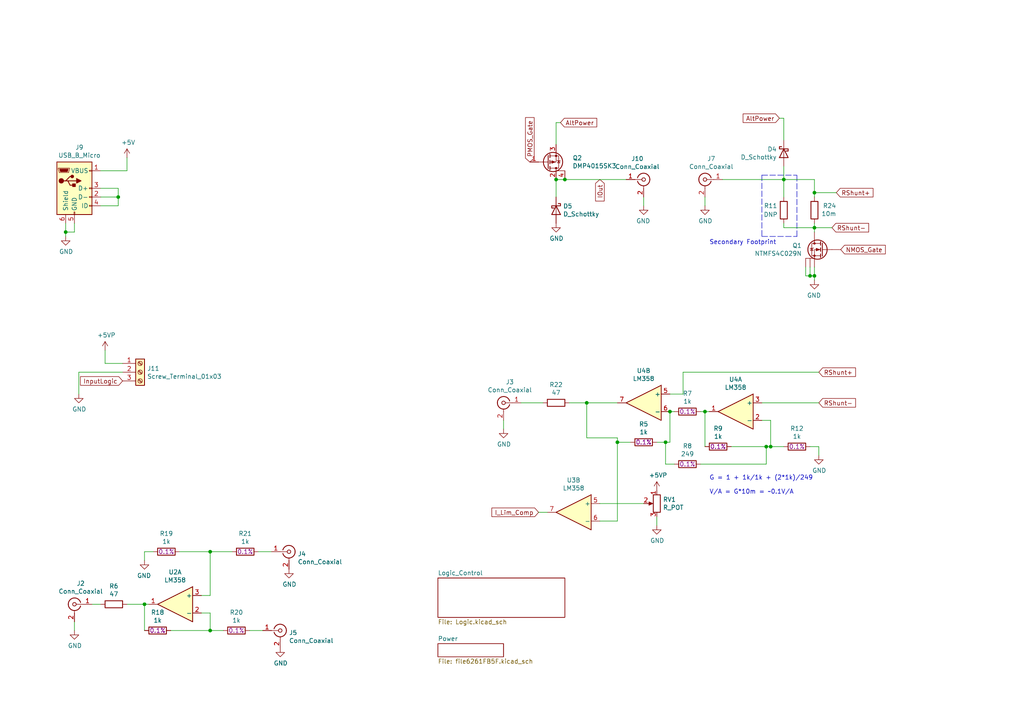
<source format=kicad_sch>
(kicad_sch (version 20211123) (generator eeschema)
  (paper "A4")
  (lib_symbols
    (symbol "Amplifier_Operational:LM358" (pin_names (offset 0.127))
      (property "Reference" "U" (at 0 5.08 0))
      (property "Value" "LM358" (at 0 -5.08 0))
      (symbol "LM358_1_1"
        (polyline (pts (xy -5.08 5.08) (xy 5.08 0) (xy -5.08 -5.08) (xy -5.08 5.08)) (stroke (width 0.254)) (fill (type background)))
        (pin output line (at 7.62 0 180) (length 2.54) (name "~") (number "1"))
        (pin input line (at -7.62 -2.54 0) (length 2.54) (name "-") (number "2"))
        (pin input line (at -7.62 2.54 0) (length 2.54) (name "+") (number "3"))
      )
      (symbol "LM358_2_1"
        (polyline (pts (xy -5.08 5.08) (xy 5.08 0) (xy -5.08 -5.08) (xy -5.08 5.08)) (stroke (width 0.254)) (fill (type background)))
        (pin input line (at -7.62 2.54 0) (length 2.54) (name "+") (number "5"))
        (pin input line (at -7.62 -2.54 0) (length 2.54) (name "-") (number "6"))
        (pin output line (at 7.62 0 180) (length 2.54) (name "~") (number "7"))
      )
      (symbol "LM358_3_1"
        (pin power_in line (at -2.54 -7.62 90) (length 3.81) (name "V-") (number "4"))
        (pin power_in line (at -2.54 7.62 270) (length 3.81) (name "V+") (number "8"))
      )
    )
    (symbol "Connector:Conn_Coaxial" (pin_names (offset 1.016) hide)
      (property "Reference" "J" (at 0.254 3.048 0))
      (property "Value" "Conn_Coaxial" (at 2.921 0 90))
      (symbol "Conn_Coaxial_0_1"
        (arc (start -1.778 -0.508) (mid 0.222 -1.808) (end 1.778 0) (stroke (width 0.254)))
        (polyline (pts (xy -2.54 0) (xy -0.508 0)))
        (polyline (pts (xy 0 -2.54) (xy 0 -1.778)))
        (circle (center 0 0) (radius 0.508) (stroke (width 0.2032)))
        (arc (start 1.778 0) (mid 0.222 1.8083) (end -1.778 0.508) (stroke (width 0.254)))
      )
      (symbol "Conn_Coaxial_1_1"
        (pin passive line (at -5.08 0 0) (length 2.54) (name "In") (number "1"))
        (pin passive line (at 0 -5.08 90) (length 2.54) (name "Ext") (number "2"))
      )
    )
    (symbol "Connector:Screw_Terminal_01x03" (pin_names (offset 1.016) hide)
      (property "Reference" "J" (at 0 5.08 0))
      (property "Value" "Screw_Terminal_01x03" (at 0 -5.08 0))
      (symbol "Screw_Terminal_01x03_1_1"
        (rectangle (start -1.27 3.81) (end 1.27 -3.81) (stroke (width 0.254)) (fill (type background)))
        (circle (center 0 -2.54) (radius 0.635) (stroke (width 0.1524)))
        (polyline (pts (xy -0.5334 -2.2098) (xy 0.3302 -3.048)) (stroke (width 0.1524)))
        (polyline (pts (xy -0.5334 0.3302) (xy 0.3302 -0.508)) (stroke (width 0.1524)))
        (polyline (pts (xy -0.5334 2.8702) (xy 0.3302 2.032)) (stroke (width 0.1524)))
        (polyline (pts (xy -0.3556 -2.032) (xy 0.508 -2.8702)) (stroke (width 0.1524)))
        (polyline (pts (xy -0.3556 0.508) (xy 0.508 -0.3302)) (stroke (width 0.1524)))
        (polyline (pts (xy -0.3556 3.048) (xy 0.508 2.2098)) (stroke (width 0.1524)))
        (circle (center 0 0) (radius 0.635) (stroke (width 0.1524)))
        (circle (center 0 2.54) (radius 0.635) (stroke (width 0.1524)))
        (pin passive line (at -5.08 2.54 0) (length 3.81) (name "Pin_1") (number "1"))
        (pin passive line (at -5.08 0 0) (length 3.81) (name "Pin_2") (number "2"))
        (pin passive line (at -5.08 -2.54 0) (length 3.81) (name "Pin_3") (number "3"))
      )
    )
    (symbol "Connector:USB_B_Micro" (pin_names (offset 1.016))
      (property "Reference" "J" (at -5.08 11.43 0))
      (property "Value" "USB_B_Micro" (at -5.08 8.89 0))
      (symbol "USB_B_Micro_0_1"
        (rectangle (start -5.08 -7.62) (end 5.08 7.62) (stroke (width 0.254)) (fill (type background)))
        (circle (center -3.81 2.159) (radius 0.635) (stroke (width 0.254)) (fill (type outline)))
        (circle (center -0.635 3.429) (radius 0.381) (stroke (width 0.254)) (fill (type outline)))
        (rectangle (start -0.127 -7.62) (end 0.127 -6.858))
        (polyline (pts (xy -1.905 2.159) (xy 0.635 2.159)) (stroke (width 0.254)))
        (polyline (pts (xy -3.175 2.159) (xy -2.54 2.159) (xy -1.27 3.429) (xy -0.635 3.429)) (stroke (width 0.254)))
        (polyline (pts (xy -2.54 2.159) (xy -1.905 2.159) (xy -1.27 0.889) (xy 0 0.889)) (stroke (width 0.254)))
        (polyline (pts (xy 0.635 2.794) (xy 0.635 1.524) (xy 1.905 2.159) (xy 0.635 2.794)) (stroke (width 0.254)) (fill (type outline)))
        (polyline (pts (xy -4.318 5.588) (xy -1.778 5.588) (xy -2.032 4.826) (xy -4.064 4.826) (xy -4.318 5.588)) (fill (type outline)))
        (polyline (pts (xy -4.699 5.842) (xy -4.699 5.588) (xy -4.445 4.826) (xy -4.445 4.572) (xy -1.651 4.572) (xy -1.651 4.826) (xy -1.397 5.588) (xy -1.397 5.842) (xy -4.699 5.842)))
        (rectangle (start 0.254 1.27) (end -0.508 0.508) (stroke (width 0.254)) (fill (type outline)))
        (rectangle (start 5.08 -5.207) (end 4.318 -4.953))
        (rectangle (start 5.08 -2.667) (end 4.318 -2.413))
        (rectangle (start 5.08 -0.127) (end 4.318 0.127))
        (rectangle (start 5.08 4.953) (end 4.318 5.207))
      )
      (symbol "USB_B_Micro_1_1"
        (pin power_out line (at 7.62 5.08 180) (length 2.54) (name "VBUS") (number "1"))
        (pin bidirectional line (at 7.62 -2.54 180) (length 2.54) (name "D-") (number "2"))
        (pin bidirectional line (at 7.62 0 180) (length 2.54) (name "D+") (number "3"))
        (pin passive line (at 7.62 -5.08 180) (length 2.54) (name "ID") (number "4"))
        (pin power_out line (at 0 -10.16 90) (length 2.54) (name "GND") (number "5"))
        (pin passive line (at -2.54 -10.16 90) (length 2.54) (name "Shield") (number "6"))
      )
    )
    (symbol "Device:D_Schottky" (pin_numbers hide) (pin_names (offset 1.016) hide)
      (property "Reference" "D" (at 0 2.54 0))
      (property "Value" "D_Schottky" (at 0 -2.54 0))
      (symbol "D_Schottky_0_1"
        (polyline (pts (xy 1.27 0) (xy -1.27 0)))
        (polyline (pts (xy 1.27 1.27) (xy 1.27 -1.27) (xy -1.27 0) (xy 1.27 1.27)) (stroke (width 0.254)))
        (polyline (pts (xy -1.905 0.635) (xy -1.905 1.27) (xy -1.27 1.27) (xy -1.27 -1.27) (xy -0.635 -1.27) (xy -0.635 -0.635)) (stroke (width 0.254)))
      )
      (symbol "D_Schottky_1_1"
        (pin passive line (at -3.81 0 0) (length 2.54) (name "K") (number "1"))
        (pin passive line (at 3.81 0 180) (length 2.54) (name "A") (number "2"))
      )
    )
    (symbol "Device:R" (pin_numbers hide) (pin_names (offset 0))
      (property "Reference" "R" (at 2.032 0 90))
      (property "Value" "R" (at 0 0 90))
      (symbol "R_0_1"
        (rectangle (start -1.016 -2.54) (end 1.016 2.54) (stroke (width 0.254)))
      )
      (symbol "R_1_1"
        (pin passive line (at 0 3.81 270) (length 1.27) (name "~") (number "1"))
        (pin passive line (at 0 -3.81 90) (length 1.27) (name "~") (number "2"))
      )
    )
    (symbol "Device:R_POT" (pin_names (offset 1.016) hide)
      (property "Reference" "RV" (at -4.445 0 90))
      (property "Value" "Device_R_POT" (at -2.54 0 90))
      (symbol "R_POT_0_1"
        (polyline (pts (xy 2.54 0) (xy 1.524 0)))
        (polyline (pts (xy 1.143 0) (xy 2.286 0.508) (xy 2.286 -0.508) (xy 1.143 0)) (fill (type outline)))
        (rectangle (start 1.016 2.54) (end -1.016 -2.54) (stroke (width 0.254)))
      )
      (symbol "R_POT_1_1"
        (pin passive line (at 0 3.81 270) (length 1.27) (name "1") (number "1"))
        (pin passive line (at 3.81 0 180) (length 1.27) (name "2") (number "2"))
        (pin passive line (at 0 -3.81 90) (length 1.27) (name "3") (number "3"))
      )
    )
    (symbol "Eli_Lib:DMP4015SK3" (pin_names (offset 0) hide)
      (property "Reference" "Q" (at 5.08 1.27 0))
      (property "Value" "Eli_Lib_DMP4015SK3" (at 5.08 -1.27 0))
      (symbol "DMP4015SK3_0_1"
        (polyline (pts (xy 0.254 0) (xy -2.54 0)))
        (polyline (pts (xy 0.254 1.905) (xy 0.254 -1.905)) (stroke (width 0.254)))
        (polyline (pts (xy 0.762 -1.27) (xy 0.762 -2.286)) (stroke (width 0.254)))
        (polyline (pts (xy 0.762 0.508) (xy 0.762 -0.508)) (stroke (width 0.254)))
        (polyline (pts (xy 0.762 2.286) (xy 0.762 1.27)) (stroke (width 0.254)))
        (polyline (pts (xy 2.54 -2.54) (xy 2.54 0) (xy 0.762 0)))
        (polyline (pts (xy 5.08 2.54) (xy 2.54 2.54) (xy 2.54 1.778)))
        (polyline (pts (xy 0.762 1.778) (xy 3.302 1.778) (xy 3.302 -1.778) (xy 0.762 -1.778)))
        (polyline (pts (xy 2.286 0) (xy 1.27 0.381) (xy 1.27 -0.381) (xy 2.286 0)) (fill (type outline)))
        (polyline (pts (xy 2.794 -0.508) (xy 2.921 -0.381) (xy 3.683 -0.381) (xy 3.81 -0.254)))
        (polyline (pts (xy 3.302 -0.381) (xy 2.921 0.254) (xy 3.683 0.254) (xy 3.302 -0.381)))
        (circle (center 1.651 0) (radius 2.794) (stroke (width 0.254)))
        (circle (center 2.54 -1.778) (radius 0.254) (fill (type outline)))
        (circle (center 2.54 1.778) (radius 0.254) (fill (type outline)))
      )
      (symbol "DMP4015SK3_1_1"
        (pin input line (at -5.08 0 0) (length 2.54) (name "G") (number "1"))
        (pin passive line (at 2.54 5.08 270) (length 2.54) (name "D") (number "2"))
        (pin passive line (at 2.54 -5.08 90) (length 2.54) (name "S") (number "3"))
        (pin passive line (at 5.08 5.08 270) (length 2.54) (name "D") (number "4"))
      )
    )
    (symbol "Martinos:NTMFS4C029N" (pin_numbers hide) (pin_names (offset 0) hide)
      (property "Reference" "Q" (at 5.08 1.27 0))
      (property "Value" "Martinos_NTMFS4C029N" (at 5.08 -1.27 0))
      (symbol "NTMFS4C029N_0_1"
        (polyline (pts (xy 0.254 0) (xy -2.54 0)))
        (polyline (pts (xy 0.254 1.905) (xy 0.254 -1.905)) (stroke (width 0.254)))
        (polyline (pts (xy 0.762 -1.27) (xy 0.762 -2.286)) (stroke (width 0.254)))
        (polyline (pts (xy 0.762 0.508) (xy 0.762 -0.508)) (stroke (width 0.254)))
        (polyline (pts (xy 0.762 2.286) (xy 0.762 1.27)) (stroke (width 0.254)))
        (polyline (pts (xy 2.54 -2.54) (xy 5.08 -2.54)))
        (polyline (pts (xy 2.54 2.54) (xy 2.54 1.778)))
        (polyline (pts (xy 2.54 -2.54) (xy 2.54 0) (xy 0.762 0)))
        (polyline (pts (xy 0.762 -1.778) (xy 3.302 -1.778) (xy 3.302 1.778) (xy 0.762 1.778)))
        (polyline (pts (xy 1.016 0) (xy 2.032 0.381) (xy 2.032 -0.381) (xy 1.016 0)) (fill (type outline)))
        (polyline (pts (xy 2.794 0.508) (xy 2.921 0.381) (xy 3.683 0.381) (xy 3.81 0.254)))
        (polyline (pts (xy 3.302 0.381) (xy 2.921 -0.254) (xy 3.683 -0.254) (xy 3.302 0.381)))
        (circle (center 1.651 0) (radius 2.794) (stroke (width 0.254)))
        (circle (center 2.54 -1.778) (radius 0.254) (fill (type outline)))
        (circle (center 2.54 1.778) (radius 0.254) (fill (type outline)))
      )
      (symbol "NTMFS4C029N_1_1"
        (pin passive line (at 2.54 -5.08 90) (length 2.54) (name "S") (number "1"))
        (pin passive line (at 3.81 -5.08 90) (length 2.54) (name "S") (number "2"))
        (pin passive line (at 5.08 -5.08 90) (length 2.54) (name "S") (number "3"))
        (pin input line (at -5.08 0 0) (length 2.54) (name "G") (number "4"))
        (pin passive line (at 2.54 5.08 270) (length 2.54) (name "D") (number "5"))
      )
    )
    (symbol "power:+5V" (power) (pin_names (offset 0))
      (property "Value" "+5V" (at 0 3.556 0))
      (symbol "+5V_0_1"
        (polyline (pts (xy -0.762 1.27) (xy 0 2.54)))
        (polyline (pts (xy 0 0) (xy 0 2.54)))
        (polyline (pts (xy 0 2.54) (xy 0.762 1.27)))
      )
      (symbol "+5V_1_1"
        (pin power_in line (at 0 0 90) (length 0) hide (name "+5V") (number "1"))
      )
    )
    (symbol "power:+5VP" (power) (pin_names (offset 0))
      (property "Value" "+5VP" (at 0 3.556 0))
      (symbol "+5VP_0_1"
        (polyline (pts (xy -0.762 1.27) (xy 0 2.54)))
        (polyline (pts (xy 0 0) (xy 0 2.54)))
        (polyline (pts (xy 0 2.54) (xy 0.762 1.27)))
      )
      (symbol "+5VP_1_1"
        (pin power_in line (at 0 0 90) (length 0) hide (name "+5VP") (number "1"))
      )
    )
    (symbol "power:GND" (power) (pin_names (offset 0))
      (property "Value" "GND" (at 0 -3.81 0))
      (symbol "GND_0_1"
        (polyline (pts (xy 0 0) (xy 0 -1.27) (xy 1.27 -1.27) (xy 0 -2.54) (xy -1.27 -1.27) (xy 0 -1.27)))
      )
      (symbol "GND_1_1"
        (pin power_in line (at 0 0 270) (length 0) hide (name "GND") (number "1"))
      )
    )
  )
  (junction (at 34.29 57.15))
  (junction (at 60.96 182.88))
  (junction (at 234.95 80.01))
  (junction (at 236.22 55.88))
  (junction (at 194.31 119.38))
  (junction (at 170.18 116.84))
  (junction (at 236.22 80.01))
  (junction (at 236.22 66.04))
  (junction (at 179.07 128.27))
  (junction (at 193.04 128.27))
  (junction (at 19.05 67.31))
  (junction (at 41.91 175.26))
  (junction (at 222.25 129.54))
  (junction (at 163.83 52.07))
  (junction (at 223.52 129.54))
  (junction (at 161.29 52.07))
  (junction (at 204.47 119.38))
  (junction (at 227.33 52.07))
  (junction (at 60.96 160.02))
  (wire (pts (xy 234.95 80.01) (xy 236.22 80.01)))
  (wire (pts (xy 236.22 66.04) (xy 236.22 67.31)))
  (wire (pts (xy 203.2 134.62) (xy 222.25 134.62)))
  (wire (pts (xy 204.47 119.38) (xy 205.74 119.38)))
  (wire (pts (xy 78.74 160.02) (xy 74.93 160.02)))
  (wire (pts (xy 41.91 160.02) (xy 41.91 162.56)))
  (wire (pts (xy 34.29 54.61) (xy 34.29 57.15)))
  (wire (pts (xy 41.91 175.26) (xy 41.91 182.88)))
  (wire (pts (xy 203.2 119.38) (xy 204.47 119.38)))
  (wire (pts (xy 30.48 101.6) (xy 30.48 105.41)))
  (wire (pts (xy 194.31 119.38) (xy 195.58 119.38)))
  (wire (pts (xy 236.22 55.88) (xy 236.22 57.15)))
  (wire (pts (xy 198.12 107.95) (xy 237.49 107.95)))
  (wire (pts (xy 19.05 67.31) (xy 19.05 64.77)))
  (wire (pts (xy 161.29 35.56) (xy 162.56 35.56)))
  (wire (pts (xy 41.91 175.26) (xy 43.18 175.26)))
  (wire (pts (xy 222.25 134.62) (xy 222.25 129.54)))
  (wire (pts (xy 234.95 129.54) (xy 237.49 129.54)))
  (wire (pts (xy 60.96 177.8) (xy 58.42 177.8)))
  (wire (pts (xy 179.07 116.84) (xy 170.18 116.84)))
  (polyline (pts (xy 220.98 50.8) (xy 220.98 68.58)))
  (wire (pts (xy 60.96 160.02) (xy 67.31 160.02)))
  (wire (pts (xy 233.68 77.47) (xy 233.68 80.01)))
  (wire (pts (xy 19.05 68.58) (xy 19.05 67.31)))
  (wire (pts (xy 170.18 116.84) (xy 170.18 127)))
  (polyline (pts (xy 231.14 68.58) (xy 231.14 50.8)))
  (wire (pts (xy 193.04 134.62) (xy 195.58 134.62)))
  (wire (pts (xy 34.29 59.69) (xy 34.29 57.15)))
  (wire (pts (xy 60.96 182.88) (xy 60.96 177.8)))
  (wire (pts (xy 233.68 80.01) (xy 234.95 80.01)))
  (wire (pts (xy 165.1 116.84) (xy 170.18 116.84)))
  (wire (pts (xy 227.33 52.07) (xy 227.33 57.15)))
  (wire (pts (xy 234.95 77.47) (xy 234.95 80.01)))
  (wire (pts (xy 227.33 48.26) (xy 227.33 52.07)))
  (wire (pts (xy 30.48 105.41) (xy 35.56 105.41)))
  (wire (pts (xy 21.59 182.88) (xy 21.59 180.34)))
  (wire (pts (xy 29.21 175.26) (xy 26.67 175.26)))
  (wire (pts (xy 49.53 182.88) (xy 60.96 182.88)))
  (wire (pts (xy 173.99 146.05) (xy 186.69 146.05)))
  (wire (pts (xy 22.86 114.3) (xy 22.86 107.95)))
  (wire (pts (xy 194.31 114.3) (xy 198.12 114.3)))
  (wire (pts (xy 60.96 172.72) (xy 60.96 160.02)))
  (wire (pts (xy 237.49 129.54) (xy 237.49 132.08)))
  (wire (pts (xy 223.52 121.92) (xy 220.98 121.92)))
  (wire (pts (xy 34.29 57.15) (xy 29.21 57.15)))
  (wire (pts (xy 36.83 49.53) (xy 36.83 45.72)))
  (wire (pts (xy 212.09 129.54) (xy 222.25 129.54)))
  (wire (pts (xy 173.99 151.13) (xy 179.07 151.13)))
  (wire (pts (xy 241.3 66.04) (xy 236.22 66.04)))
  (wire (pts (xy 222.25 129.54) (xy 223.52 129.54)))
  (wire (pts (xy 36.83 175.26) (xy 41.91 175.26)))
  (wire (pts (xy 193.04 128.27) (xy 194.31 128.27)))
  (wire (pts (xy 179.07 127) (xy 179.07 128.27)))
  (wire (pts (xy 190.5 149.86) (xy 190.5 152.4)))
  (wire (pts (xy 198.12 114.3) (xy 198.12 107.95)))
  (wire (pts (xy 156.21 148.59) (xy 158.75 148.59)))
  (wire (pts (xy 161.29 35.56) (xy 161.29 41.91)))
  (wire (pts (xy 204.47 119.38) (xy 204.47 129.54)))
  (wire (pts (xy 236.22 77.47) (xy 236.22 80.01)))
  (wire (pts (xy 179.07 128.27) (xy 182.88 128.27)))
  (wire (pts (xy 242.57 55.88) (xy 236.22 55.88)))
  (wire (pts (xy 76.2 182.88) (xy 72.39 182.88)))
  (wire (pts (xy 21.59 67.31) (xy 19.05 67.31)))
  (polyline (pts (xy 220.98 68.58) (xy 231.14 68.58)))
  (wire (pts (xy 227.33 66.04) (xy 227.33 64.77)))
  (wire (pts (xy 58.42 172.72) (xy 60.96 172.72)))
  (wire (pts (xy 193.04 128.27) (xy 193.04 134.62)))
  (wire (pts (xy 29.21 54.61) (xy 34.29 54.61)))
  (wire (pts (xy 236.22 66.04) (xy 227.33 66.04)))
  (wire (pts (xy 236.22 52.07) (xy 236.22 55.88)))
  (wire (pts (xy 161.29 57.15) (xy 161.29 52.07)))
  (wire (pts (xy 220.98 116.84) (xy 237.49 116.84)))
  (wire (pts (xy 227.33 34.29) (xy 226.06 34.29)))
  (wire (pts (xy 190.5 128.27) (xy 193.04 128.27)))
  (wire (pts (xy 170.18 127) (xy 179.07 127)))
  (polyline (pts (xy 220.98 50.8) (xy 231.14 50.8)))
  (wire (pts (xy 44.45 160.02) (xy 41.91 160.02)))
  (wire (pts (xy 236.22 80.01) (xy 236.22 81.28)))
  (wire (pts (xy 186.69 59.69) (xy 186.69 57.15)))
  (wire (pts (xy 204.47 59.69) (xy 204.47 57.15)))
  (wire (pts (xy 52.07 160.02) (xy 60.96 160.02)))
  (wire (pts (xy 194.31 128.27) (xy 194.31 119.38)))
  (wire (pts (xy 179.07 151.13) (xy 179.07 128.27)))
  (wire (pts (xy 236.22 52.07) (xy 227.33 52.07)))
  (wire (pts (xy 157.48 116.84) (xy 151.13 116.84)))
  (wire (pts (xy 161.29 52.07) (xy 163.83 52.07)))
  (wire (pts (xy 227.33 129.54) (xy 223.52 129.54)))
  (wire (pts (xy 223.52 129.54) (xy 223.52 121.92)))
  (wire (pts (xy 29.21 59.69) (xy 34.29 59.69)))
  (wire (pts (xy 236.22 64.77) (xy 236.22 66.04)))
  (wire (pts (xy 146.05 124.46) (xy 146.05 121.92)))
  (wire (pts (xy 227.33 52.07) (xy 209.55 52.07)))
  (wire (pts (xy 29.21 49.53) (xy 36.83 49.53)))
  (wire (pts (xy 163.83 52.07) (xy 181.61 52.07)))
  (wire (pts (xy 64.77 182.88) (xy 60.96 182.88)))
  (wire (pts (xy 22.86 107.95) (xy 35.56 107.95)))
  (wire (pts (xy 227.33 34.29) (xy 227.33 40.64)))
  (wire (pts (xy 21.59 64.77) (xy 21.59 67.31)))
  (text "G = 1 + 1k/1k + (2*1k)/249\n\nV/A = G*10m = ~0.1V/A" (at 205.74 143.51 0) (effects (font (size 1.27 1.27)) (justify left bottom)))
  (text "Secondary Footprint" (at 205.74 71.12 0) (effects (font (size 1.27 1.27)) (justify left bottom)))
  (global_label "RShunt-" (shape input) (at 241.3 66.04 0) (property "Intersheet References" "${INTERSHEET_REFS}" (effects hide)))
  (global_label "PMOS_Gate" (shape input) (at 153.67 46.99 90) (property "Intersheet References" "${INTERSHEET_REFS}" (effects hide)))
  (global_label "InputLogic" (shape input) (at 35.56 110.49 180) (property "Intersheet References" "${INTERSHEET_REFS}" (effects hide)))
  (global_label "I_Lim_Comp" (shape input) (at 156.21 148.59 180) (property "Intersheet References" "${INTERSHEET_REFS}" (effects hide)))
  (global_label "AltPower" (shape input) (at 162.56 35.56 0) (property "Intersheet References" "${INTERSHEET_REFS}" (effects hide)))
  (global_label "AltPower" (shape input) (at 226.06 34.29 180) (property "Intersheet References" "${INTERSHEET_REFS}" (effects hide)))
  (global_label "RShunt+" (shape input) (at 242.57 55.88 0) (property "Intersheet References" "${INTERSHEET_REFS}" (effects hide)))
  (global_label "RShunt+" (shape input) (at 237.49 107.95 0) (property "Intersheet References" "${INTERSHEET_REFS}" (effects hide)))
  (global_label "IOut" (shape input) (at 173.99 52.07 270) (property "Intersheet References" "${INTERSHEET_REFS}" (effects hide)))
  (global_label "RShunt-" (shape input) (at 237.49 116.84 0) (property "Intersheet References" "${INTERSHEET_REFS}" (effects hide)))
  (global_label "NMOS_Gate" (shape input) (at 243.84 72.39 0) (property "Intersheet References" "${INTERSHEET_REFS}" (effects hide)))
  (symbol (lib_id "Connector:Conn_Coaxial") (at 83.82 160.02 0) (unit 1)
    (property "Reference" "J4" (at 86.36 160.655 0) (effects (justify left)))
    (property "Value" "Conn_Coaxial" (at 86.36 162.9664 0) (effects (justify left)))
    (property "Footprint" "Connector_Coaxial:BNC_TEConnectivity_1478204_Vertical" (effects hide))
    (property "Datasheet" " ~" (effects hide))
  )
  (symbol (lib_id "Connector:Conn_Coaxial") (at 81.28 182.88 0) (unit 1)
    (property "Reference" "J5" (at 83.82 183.515 0) (effects (justify left)))
    (property "Value" "Conn_Coaxial" (at 83.82 185.8264 0) (effects (justify left)))
    (property "Footprint" "Connector_Coaxial:BNC_TEConnectivity_1478204_Vertical" (effects hide))
    (property "Datasheet" " ~" (effects hide))
  )
  (symbol (lib_id "power:GND") (at 83.82 165.1 0) (unit 1)
    (property "Reference" "#PWR0106" (effects hide))
    (property "Value" "GND" (at 83.947 169.4942 0))
  )
  (symbol (lib_id "power:GND") (at 81.28 187.96 0) (unit 1)
    (property "Reference" "#PWR0108" (effects hide))
    (property "Value" "GND" (at 81.407 192.3542 0))
  )
  (symbol (lib_id "Connector:Conn_Coaxial") (at 21.59 175.26 0) (mirror y) (unit 1)
    (property "Reference" "J2" (at 23.4188 169.2148 0))
    (property "Value" "Conn_Coaxial" (at 23.4188 171.5262 0))
    (property "Footprint" "Connector_Coaxial:BNC_TEConnectivity_1478204_Vertical" (effects hide))
    (property "Datasheet" " ~" (effects hide))
  )
  (symbol (lib_id "power:GND") (at 21.59 182.88 0) (unit 1)
    (property "Reference" "#PWR0111" (effects hide))
    (property "Value" "GND" (at 21.717 187.2742 0))
  )
  (symbol (lib_id "Connector:Conn_Coaxial") (at 146.05 116.84 0) (mirror y) (unit 1)
    (property "Reference" "J3" (at 147.8788 110.7948 0))
    (property "Value" "Conn_Coaxial" (at 147.8788 113.1062 0))
    (property "Footprint" "Connector_Coaxial:BNC_TEConnectivity_1478204_Vertical" (effects hide))
    (property "Datasheet" " ~" (effects hide))
  )
  (symbol (lib_id "Device:R") (at 33.02 175.26 270) (unit 1)
    (property "Reference" "R6" (at 33.02 170.0022 90))
    (property "Value" "47" (at 33.02 172.3136 90))
    (property "Footprint" "Resistor_SMD:R_1206_3216Metric" (effects hide))
  )
  (symbol (lib_id "power:GND") (at 146.05 124.46 0) (unit 1)
    (property "Reference" "#PWR0112" (effects hide))
    (property "Value" "GND" (at 146.177 128.8542 0))
  )
  (symbol (lib_id "Connector:USB_B_Micro") (at 21.59 54.61 0) (unit 1)
    (property "Reference" "J9" (at 23.0378 42.7482 0))
    (property "Value" "USB_B_Micro" (at 23.0378 45.0596 0))
    (property "Footprint" "Connector_USB:USB_Micro-B_Wuerth_629105150521" (effects hide))
  )
  (symbol (lib_id "power:+5V") (at 36.83 45.72 0) (unit 1)
    (property "Reference" "#PWR0113" (effects hide))
    (property "Value" "+5V" (at 37.211 41.3258 0))
  )
  (symbol (lib_id "power:GND") (at 19.05 68.58 0) (unit 1)
    (property "Reference" "#PWR0114" (effects hide))
    (property "Value" "GND" (at 19.177 72.9742 0))
  )
  (symbol (lib_id "Connector:Conn_Coaxial") (at 186.69 52.07 0) (unit 1)
    (property "Reference" "J10" (at 184.8612 46.0248 0))
    (property "Value" "Conn_Coaxial" (at 184.8612 48.3362 0))
    (property "Footprint" "Connector_Coaxial:BNC_TEConnectivity_1478204_Vertical" (effects hide))
    (property "Datasheet" " ~" (effects hide))
  )
  (symbol (lib_id "power:GND") (at 186.69 59.69 0) (mirror y) (unit 1)
    (property "Reference" "#PWR0131" (effects hide))
    (property "Value" "GND" (at 186.563 64.0842 0))
  )
  (symbol (lib_id "Connector:Screw_Terminal_01x03") (at 40.64 107.95 0) (unit 1)
    (property "Reference" "J11" (at 42.672 106.8832 0) (effects (justify left)))
    (property "Value" "Screw_Terminal_01x03" (at 42.672 109.1946 0) (effects (justify left)))
    (property "Footprint" "TerminalBlock:TerminalBlock_bornier-3_P5.08mm" (effects hide))
  )
  (symbol (lib_id "power:GND") (at 22.86 114.3 0) (unit 1)
    (property "Reference" "#PWR0138" (effects hide))
    (property "Value" "GND" (at 22.987 118.6942 0))
  )
  (symbol (lib_id "power:+5VP") (at 30.48 101.6 0) (unit 1)
    (property "Reference" "#PWR0137" (effects hide))
    (property "Value" "+5VP" (at 30.861 97.2058 0))
  )
  (symbol (lib_id "Device:R") (at 227.33 60.96 0) (mirror x) (unit 1)
    (property "Reference" "R11" (at 223.52 59.69 0))
    (property "Value" "DNP" (at 223.52 62.23 0))
    (property "Footprint" "Resistor_SMD:R_1206_3216Metric" (effects hide))
  )
  (symbol (lib_id "Device:R") (at 161.29 116.84 270) (unit 1)
    (property "Reference" "R22" (at 161.29 111.5822 90))
    (property "Value" "47" (at 161.29 113.8936 90))
    (property "Footprint" "Resistor_SMD:R_1206_3216Metric" (effects hide))
  )
  (symbol (lib_id "Device:R") (at 236.22 60.96 0) (mirror y) (unit 1)
    (property "Reference" "R24" (at 242.57 59.69 0) (effects (justify left)))
    (property "Value" "10m" (at 242.57 62.0014 0) (effects (justify left)))
    (property "Footprint" "Resistor_SMD:R_2512_6332Metric" (effects hide))
    (property "Power" "3W" (effects hide))
  )
  (symbol (lib_id "Martinos:NTMFS4C029N") (at 238.76 72.39 0) (mirror y) (unit 1)
    (property "Reference" "Q1" (at 232.5624 71.2216 0) (effects (justify left)))
    (property "Value" "NTMFS4C029N" (at 232.5624 73.533 0) (effects (justify left)))
    (property "Footprint" "Martinos:DIO_NTS1045EMFST1G" (effects hide))
  )
  (symbol (lib_id "power:GND") (at 236.22 81.28 0) (mirror y) (unit 1)
    (property "Reference" "#PWR0151" (effects hide))
    (property "Value" "GND" (at 236.093 85.6742 0))
  )
  (symbol (lib_id "Amplifier_Operational:LM358") (at 213.36 119.38 0) (mirror y) (unit 1)
    (property "Reference" "U4" (at 213.36 110.0582 0))
    (property "Value" "LM358" (at 213.36 112.3696 0))
    (property "Footprint" "Package_SO:SO-8_3.9x4.9mm_P1.27mm" (effects hide))
    (property "Datasheet" "http://www.ti.com/lit/ds/symlink/lm2904-n.pdf" (effects hide))
  )
  (symbol (lib_id "Amplifier_Operational:LM358") (at 186.69 116.84 0) (mirror y) (unit 2)
    (property "Reference" "U4" (at 186.69 107.5182 0))
    (property "Value" "LM358" (at 186.69 109.8296 0))
    (property "Footprint" "Package_SO:SO-8_3.9x4.9mm_P1.27mm" (effects hide))
    (property "Datasheet" "http://www.ti.com/lit/ds/symlink/lm2904-n.pdf" (effects hide))
  )
  (symbol (lib_id "Device:R") (at 199.39 119.38 270) (unit 1)
    (property "Reference" "R7" (at 199.39 114.1222 90))
    (property "Value" "1k" (at 199.39 116.4336 90))
    (property "Footprint" "Resistor_SMD:R_1206_3216Metric" (effects hide))
    (property "Tolerance" "0.1%" (at 199.39 119.38 90))
  )
  (symbol (lib_id "Device:R") (at 208.28 129.54 270) (unit 1)
    (property "Reference" "R9" (at 208.28 124.2822 90))
    (property "Value" "1k" (at 208.28 126.5936 90))
    (property "Footprint" "Resistor_SMD:R_1206_3216Metric" (effects hide))
    (property "Tolerance" "0.1%" (at 208.28 129.54 90))
  )
  (symbol (lib_id "Device:R") (at 186.69 128.27 270) (unit 1)
    (property "Reference" "R5" (at 186.69 123.0122 90))
    (property "Value" "1k" (at 186.69 125.3236 90))
    (property "Footprint" "Resistor_SMD:R_1206_3216Metric" (effects hide))
    (property "Tolerance" "0.1%" (at 186.69 128.27 90))
  )
  (symbol (lib_id "Device:R") (at 199.39 134.62 270) (unit 1)
    (property "Reference" "R8" (at 199.39 129.3622 90))
    (property "Value" "249" (at 199.39 131.6736 90))
    (property "Footprint" "Resistor_SMD:R_1206_3216Metric" (effects hide))
    (property "Tolerance" "0.1%" (at 199.39 134.62 90))
  )
  (symbol (lib_id "Device:R") (at 231.14 129.54 270) (unit 1)
    (property "Reference" "R12" (at 231.14 124.2822 90))
    (property "Value" "1k" (at 231.14 126.5936 90))
    (property "Footprint" "Resistor_SMD:R_1206_3216Metric" (effects hide))
    (property "Tolerance" "0.1%" (at 231.14 129.54 90))
  )
  (symbol (lib_id "power:GND") (at 237.49 132.08 0) (unit 1)
    (property "Reference" "#PWR0104" (effects hide))
    (property "Value" "GND" (at 237.617 136.4742 0))
  )
  (symbol (lib_id "Device:D_Schottky") (at 227.33 44.45 90) (mirror x) (unit 1)
    (property "Reference" "D4" (at 225.298 43.2816 90) (effects (justify left)))
    (property "Value" "D_Schottky" (at 225.298 45.593 90) (effects (justify left)))
    (property "Footprint" "Diode_SMD:D_SMA" (effects hide))
  )
  (symbol (lib_id "Eli_Lib:DMP4015SK3") (at 158.75 46.99 0) (mirror x) (unit 1)
    (property "Reference" "Q2" (at 166.0652 45.8216 0) (effects (justify left)))
    (property "Value" "DMP4015SK3" (at 166.0652 48.133 0) (effects (justify left)))
    (property "Footprint" "Package_TO_SOT_SMD:TO-252-3_TabPin4" (effects hide))
  )
  (symbol (lib_id "Device:D_Schottky") (at 161.29 60.96 270) (unit 1)
    (property "Reference" "D5" (at 163.322 59.7916 90) (effects (justify left)))
    (property "Value" "D_Schottky" (at 163.322 62.103 90) (effects (justify left)))
    (property "Footprint" "Diode_SMD:D_SMA" (effects hide))
  )
  (symbol (lib_id "power:GND") (at 161.29 64.77 0) (unit 1)
    (property "Reference" "#PWR0132" (effects hide))
    (property "Value" "GND" (at 161.417 69.1642 0))
  )
  (symbol (lib_id "Amplifier_Operational:LM358") (at 166.37 148.59 0) (mirror y) (unit 2)
    (property "Reference" "U3" (at 166.37 139.2682 0))
    (property "Value" "LM358" (at 166.37 141.5796 0))
    (property "Footprint" "Package_SO:SO-8_3.9x4.9mm_P1.27mm" (effects hide))
    (property "Datasheet" "http://www.ti.com/lit/ds/symlink/lm2904-n.pdf" (effects hide))
  )
  (symbol (lib_id "Device:R_POT") (at 190.5 146.05 0) (mirror y) (unit 1)
    (property "Reference" "RV1" (at 192.278 144.8816 0) (effects (justify right)))
    (property "Value" "R_POT" (at 192.278 147.193 0) (effects (justify right)))
    (property "Footprint" "Potentiometer_THT:Potentiometer_Bourns_PTV09A-1_Single_Vertical" (effects hide))
  )
  (symbol (lib_id "power:GND") (at 190.5 152.4 0) (unit 1)
    (property "Reference" "#PWR0141" (effects hide))
    (property "Value" "GND" (at 190.627 156.7942 0))
  )
  (symbol (lib_id "power:+5VP") (at 190.5 142.24 0) (unit 1)
    (property "Reference" "#PWR0148" (effects hide))
    (property "Value" "+5VP" (at 190.881 137.8458 0))
  )
  (symbol (lib_id "Amplifier_Operational:LM358") (at 50.8 175.26 0) (mirror y) (unit 1)
    (property "Reference" "U2" (at 50.8 165.9382 0))
    (property "Value" "LM358" (at 50.8 168.2496 0))
    (property "Footprint" "Package_SO:SO-8_3.9x4.9mm_P1.27mm" (effects hide))
    (property "Datasheet" "http://www.ti.com/lit/ds/symlink/lm2904-n.pdf" (effects hide))
  )
  (symbol (lib_id "Device:R") (at 45.72 182.88 270) (unit 1)
    (property "Reference" "R18" (at 45.72 177.6222 90))
    (property "Value" "1k" (at 45.72 179.9336 90))
    (property "Footprint" "Resistor_SMD:R_1206_3216Metric" (effects hide))
    (property "Tolerance" "0.1%" (at 45.72 182.88 90))
  )
  (symbol (lib_id "Device:R") (at 68.58 182.88 270) (unit 1)
    (property "Reference" "R20" (at 68.58 177.6222 90))
    (property "Value" "1k" (at 68.58 179.9336 90))
    (property "Footprint" "Resistor_SMD:R_1206_3216Metric" (effects hide))
    (property "Tolerance" "0.1%" (at 68.58 182.88 90))
  )
  (symbol (lib_id "power:GND") (at 41.91 162.56 0) (mirror y) (unit 1)
    (property "Reference" "#PWR0149" (effects hide))
    (property "Value" "GND" (at 41.783 166.9542 0))
  )
  (symbol (lib_id "Device:R") (at 48.26 160.02 270) (unit 1)
    (property "Reference" "R19" (at 48.26 154.7622 90))
    (property "Value" "1k" (at 48.26 157.0736 90))
    (property "Footprint" "Resistor_SMD:R_1206_3216Metric" (effects hide))
    (property "Tolerance" "0.1%" (at 48.26 160.02 90))
  )
  (symbol (lib_id "Device:R") (at 71.12 160.02 270) (unit 1)
    (property "Reference" "R21" (at 71.12 154.7622 90))
    (property "Value" "1k" (at 71.12 157.0736 90))
    (property "Footprint" "Resistor_SMD:R_1206_3216Metric" (effects hide))
    (property "Tolerance" "0.1%" (at 71.12 160.02 90))
  )
  (symbol (lib_id "Connector:Conn_Coaxial") (at 204.47 52.07 0) (mirror y) (unit 1)
    (property "Reference" "J7" (at 206.2988 46.0248 0))
    (property "Value" "Conn_Coaxial" (at 206.2988 48.3362 0))
    (property "Footprint" "Connector_Coaxial:BNC_TEConnectivity_1478204_Vertical" (effects hide))
    (property "Datasheet" " ~" (effects hide))
  )
  (symbol (lib_id "power:GND") (at 204.47 59.69 0) (unit 1)
    (property "Reference" "#PWR0155" (effects hide))
    (property "Value" "GND" (at 204.597 64.0842 0))
  )
  (sheet (at 127 167.64) (size 36.83 11.43)
    (property "Sheet name" "Logic_Control" (at 127 166.9284 0) (effects (justify left bottom)))
    (property "Sheet file" "Logic.kicad_sch" (at 127 179.6546 0) (effects (justify left top)))
  )
  (sheet (at 127 186.69) (size 19.05 3.81)
    (property "Sheet name" "Power" (at 127 185.9784 0) (effects (justify left bottom)))
    (property "Sheet file" "file6261FB5F.kicad_sch" (at 127 191.0846 0) (effects (justify left top)))
  )
)
</source>
